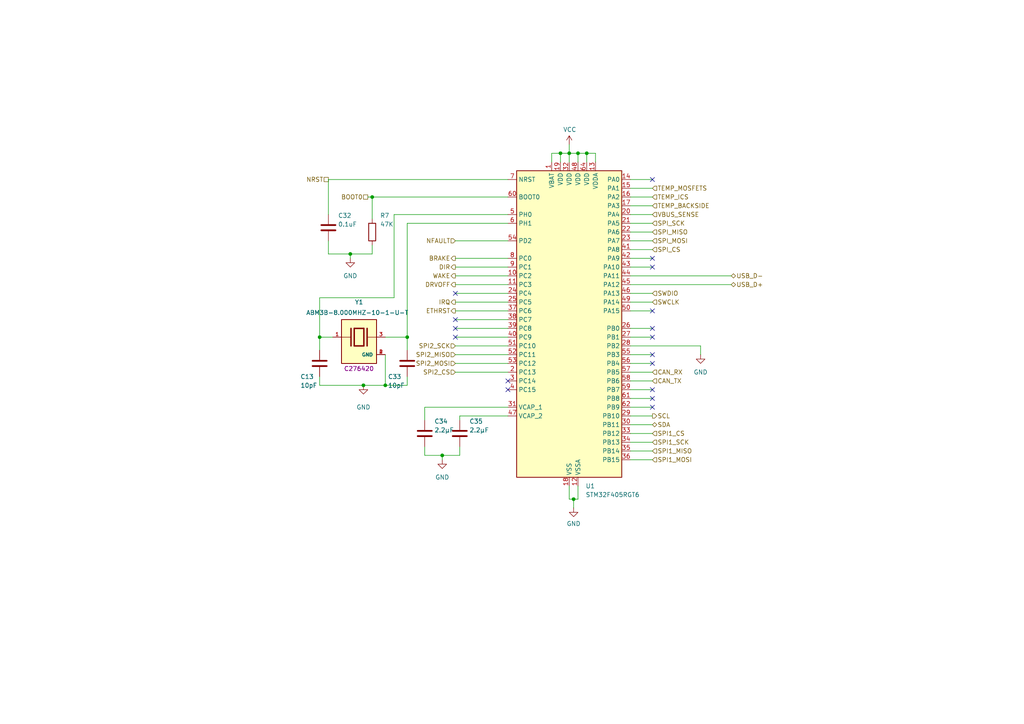
<source format=kicad_sch>
(kicad_sch (version 20231120) (generator "eeschema") (generator_version "8.0")
  (paper "A4")
  (lib_symbols
    (symbol "ABM3B-8.000MHZ-10-1-U-T:ABM3B-8.000MHZ-10-1-U-T" (pin_names (offset 1.016))
      (property "Reference" "Y" (at -5.0878 6.3559 0))
      (property "Value" "ABM3B-8.000MHZ-10-1-U-T" (at -5.0944 -10.16 0))
      (symbol "ABM3B-8.000MHZ-10-1-U-T_0_0"
        (rectangle (start -5.08 -7.62) (end 5.08 5.08) (stroke (width 0.254)) (fill (type background)))
        (polyline (pts (xy -5.08 0) (xy -2.54 0)) (stroke (width 0.1524)))
        (polyline (pts (xy -2.3368 2.54) (xy -2.3368 -2.54)) (stroke (width 0.4064)))
        (polyline (pts (xy -1.397 2.54) (xy -1.397 -2.54)) (stroke (width 0.4064)))
        (polyline (pts (xy -1.397 2.54) (xy 1.397 2.54)) (stroke (width 0.4064)))
        (polyline (pts (xy 1.397 -2.54) (xy -1.397 -2.54)) (stroke (width 0.4064)))
        (polyline (pts (xy 1.397 2.54) (xy 1.397 -2.54)) (stroke (width 0.4064)))
        (polyline (pts (xy 2.3368 2.54) (xy 2.3368 -2.54)) (stroke (width 0.4064)))
        (polyline (pts (xy 2.54 0) (xy 5.08 0)) (stroke (width 0.1524)))
        (pin passive line (at -7.62 0 0) (length 2.54) (name "~") (number "1"))
        (pin power_in line (at 7.62 -5.08 180) (length 2.54) (name "GND") (number "2"))
        (pin passive line (at 7.62 0 180) (length 2.54) (name "~") (number "3"))
        (pin power_in line (at 7.62 -5.08 180) (length 2.54) (name "GND") (number "4"))
      )
    )
    (symbol "Device:C" (pin_numbers hide) (pin_names (offset 0.254))
      (property "Reference" "C" (at 0.635 2.54 0))
      (property "Value" "C" (at 0.635 -2.54 0))
      (symbol "C_0_1"
        (polyline (pts (xy -2.032 -0.762) (xy 2.032 -0.762)) (stroke (width 0.508)))
        (polyline (pts (xy -2.032 0.762) (xy 2.032 0.762)) (stroke (width 0.508)))
      )
      (symbol "C_1_1"
        (pin passive line (at 0 3.81 270) (length 2.794) (name "~") (number "1"))
        (pin passive line (at 0 -3.81 90) (length 2.794) (name "~") (number "2"))
      )
    )
    (symbol "Device:R" (pin_numbers hide) (pin_names (offset 0))
      (property "Reference" "R" (at 2.032 0 90))
      (property "Value" "R" (at 0 0 90))
      (symbol "R_0_1"
        (rectangle (start -1.016 -2.54) (end 1.016 2.54) (stroke (width 0.254)))
      )
      (symbol "R_1_1"
        (pin passive line (at 0 3.81 270) (length 1.27) (name "~") (number "1"))
        (pin passive line (at 0 -3.81 90) (length 1.27) (name "~") (number "2"))
      )
    )
    (symbol "MCU_ST_STM32F4:STM32F405RGTx"
      (property "Reference" "U" (at -15.24 46.99 0))
      (property "Value" "STM32F405RGTx" (at 10.16 46.99 0))
      (symbol "STM32F405RGTx_0_1"
        (rectangle (start -15.24 -43.18) (end 15.24 45.72) (stroke (width 0.254)) (fill (type background)))
      )
      (symbol "STM32F405RGTx_1_1"
        (pin power_in line (at -5.08 48.26 270) (length 2.54) (name "VBAT") (number "1"))
        (pin bidirectional line (at -17.78 15.24 0) (length 2.54) (name "PC2") (number "10"))
        (pin bidirectional line (at -17.78 12.7 0) (length 2.54) (name "PC3") (number "11"))
        (pin power_in line (at 2.54 -45.72 90) (length 2.54) (name "VSSA") (number "12"))
        (pin power_in line (at 7.62 48.26 270) (length 2.54) (name "VDDA") (number "13"))
        (pin bidirectional line (at 17.78 43.18 180) (length 2.54) (name "PA0") (number "14"))
        (pin bidirectional line (at 17.78 40.64 180) (length 2.54) (name "PA1") (number "15"))
        (pin bidirectional line (at 17.78 38.1 180) (length 2.54) (name "PA2") (number "16"))
        (pin bidirectional line (at 17.78 35.56 180) (length 2.54) (name "PA3") (number "17"))
        (pin power_in line (at 0 -45.72 90) (length 2.54) (name "VSS") (number "18"))
        (pin power_in line (at -2.54 48.26 270) (length 2.54) (name "VDD") (number "19"))
        (pin bidirectional line (at -17.78 -12.7 0) (length 2.54) (name "PC13") (number "2"))
        (pin bidirectional line (at 17.78 33.02 180) (length 2.54) (name "PA4") (number "20"))
        (pin bidirectional line (at 17.78 30.48 180) (length 2.54) (name "PA5") (number "21"))
        (pin bidirectional line (at 17.78 27.94 180) (length 2.54) (name "PA6") (number "22"))
        (pin bidirectional line (at 17.78 25.4 180) (length 2.54) (name "PA7") (number "23"))
        (pin bidirectional line (at -17.78 10.16 0) (length 2.54) (name "PC4") (number "24"))
        (pin bidirectional line (at -17.78 7.62 0) (length 2.54) (name "PC5") (number "25"))
        (pin bidirectional line (at 17.78 0 180) (length 2.54) (name "PB0") (number "26"))
        (pin bidirectional line (at 17.78 -2.54 180) (length 2.54) (name "PB1") (number "27"))
        (pin bidirectional line (at 17.78 -5.08 180) (length 2.54) (name "PB2") (number "28"))
        (pin bidirectional line (at 17.78 -25.4 180) (length 2.54) (name "PB10") (number "29"))
        (pin bidirectional line (at -17.78 -15.24 0) (length 2.54) (name "PC14") (number "3"))
        (pin bidirectional line (at 17.78 -27.94 180) (length 2.54) (name "PB11") (number "30"))
        (pin power_out line (at -17.78 -22.86 0) (length 2.54) (name "VCAP_1") (number "31"))
        (pin power_in line (at 0 48.26 270) (length 2.54) (name "VDD") (number "32"))
        (pin bidirectional line (at 17.78 -30.48 180) (length 2.54) (name "PB12") (number "33"))
        (pin bidirectional line (at 17.78 -33.02 180) (length 2.54) (name "PB13") (number "34"))
        (pin bidirectional line (at 17.78 -35.56 180) (length 2.54) (name "PB14") (number "35"))
        (pin bidirectional line (at 17.78 -38.1 180) (length 2.54) (name "PB15") (number "36"))
        (pin bidirectional line (at -17.78 5.08 0) (length 2.54) (name "PC6") (number "37"))
        (pin bidirectional line (at -17.78 2.54 0) (length 2.54) (name "PC7") (number "38"))
        (pin bidirectional line (at -17.78 0 0) (length 2.54) (name "PC8") (number "39"))
        (pin bidirectional line (at -17.78 -17.78 0) (length 2.54) (name "PC15") (number "4"))
        (pin bidirectional line (at -17.78 -2.54 0) (length 2.54) (name "PC9") (number "40"))
        (pin bidirectional line (at 17.78 22.86 180) (length 2.54) (name "PA8") (number "41"))
        (pin bidirectional line (at 17.78 20.32 180) (length 2.54) (name "PA9") (number "42"))
        (pin bidirectional line (at 17.78 17.78 180) (length 2.54) (name "PA10") (number "43"))
        (pin bidirectional line (at 17.78 15.24 180) (length 2.54) (name "PA11") (number "44"))
        (pin bidirectional line (at 17.78 12.7 180) (length 2.54) (name "PA12") (number "45"))
        (pin bidirectional line (at 17.78 10.16 180) (length 2.54) (name "PA13") (number "46"))
        (pin power_out line (at -17.78 -25.4 0) (length 2.54) (name "VCAP_2") (number "47"))
        (pin power_in line (at 2.54 48.26 270) (length 2.54) (name "VDD") (number "48"))
        (pin bidirectional line (at 17.78 7.62 180) (length 2.54) (name "PA14") (number "49"))
        (pin bidirectional line (at -17.78 33.02 0) (length 2.54) (name "PH0") (number "5"))
        (pin bidirectional line (at 17.78 5.08 180) (length 2.54) (name "PA15") (number "50"))
        (pin bidirectional line (at -17.78 -5.08 0) (length 2.54) (name "PC10") (number "51"))
        (pin bidirectional line (at -17.78 -7.62 0) (length 2.54) (name "PC11") (number "52"))
        (pin bidirectional line (at -17.78 -10.16 0) (length 2.54) (name "PC12") (number "53"))
        (pin bidirectional line (at -17.78 25.4 0) (length 2.54) (name "PD2") (number "54"))
        (pin bidirectional line (at 17.78 -7.62 180) (length 2.54) (name "PB3") (number "55"))
        (pin bidirectional line (at 17.78 -10.16 180) (length 2.54) (name "PB4") (number "56"))
        (pin bidirectional line (at 17.78 -12.7 180) (length 2.54) (name "PB5") (number "57"))
        (pin bidirectional line (at 17.78 -15.24 180) (length 2.54) (name "PB6") (number "58"))
        (pin bidirectional line (at 17.78 -17.78 180) (length 2.54) (name "PB7") (number "59"))
        (pin bidirectional line (at -17.78 30.48 0) (length 2.54) (name "PH1") (number "6"))
        (pin input line (at -17.78 38.1 0) (length 2.54) (name "BOOT0") (number "60"))
        (pin bidirectional line (at 17.78 -20.32 180) (length 2.54) (name "PB8") (number "61"))
        (pin bidirectional line (at 17.78 -22.86 180) (length 2.54) (name "PB9") (number "62"))
        (pin passive line (at 0 -45.72 90) (length 2.54) hide (name "VSS") (number "63"))
        (pin power_in line (at 5.08 48.26 270) (length 2.54) (name "VDD") (number "64"))
        (pin input line (at -17.78 43.18 0) (length 2.54) (name "NRST") (number "7"))
        (pin bidirectional line (at -17.78 20.32 0) (length 2.54) (name "PC0") (number "8"))
        (pin bidirectional line (at -17.78 17.78 0) (length 2.54) (name "PC1") (number "9"))
      )
    )
    (symbol "power:GND" (power) (pin_numbers hide) (pin_names (offset 0) hide)
      (property "Value" "GND" (at 0 -3.81 0))
      (symbol "GND_0_1"
        (polyline (pts (xy 0 0) (xy 0 -1.27) (xy 1.27 -1.27) (xy 0 -2.54) (xy -1.27 -1.27) (xy 0 -1.27)))
      )
      (symbol "GND_1_1"
        (pin power_in line (at 0 0 270) (length 0) (name "~") (number "1"))
      )
    )
    (symbol "power:VDD" (power) (pin_numbers hide) (pin_names (offset 0) hide)
      (property "Value" "VDD" (at 0 3.556 0))
      (symbol "VDD_0_1"
        (polyline (pts (xy -0.762 1.27) (xy 0 2.54)))
        (polyline (pts (xy 0 0) (xy 0 2.54)))
        (polyline (pts (xy 0 2.54) (xy 0.762 1.27)))
      )
      (symbol "VDD_1_1"
        (pin power_in line (at 0 0 90) (length 0) (name "~") (number "1"))
      )
    )
  )
  (junction (at 166.37 144.78))
  (junction (at 101.6 73.66))
  (junction (at 111.76 111.76))
  (junction (at 92.71 97.79))
  (junction (at 165.1 44.45))
  (junction (at 105.41 111.76))
  (junction (at 167.64 44.45))
  (junction (at 118.11 97.79))
  (junction (at 162.56 44.45))
  (junction (at 170.18 44.45))
  (junction (at 128.27 132.08))
  (junction (at 107.95 57.15))
  (no_connect (at 189.23 90.17))
  (no_connect (at 189.23 113.03))
  (no_connect (at 147.32 113.03))
  (no_connect (at 189.23 77.47))
  (no_connect (at 189.23 118.11))
  (no_connect (at 189.23 115.57))
  (no_connect (at 189.23 95.25))
  (no_connect (at 132.08 85.09))
  (no_connect (at 132.08 92.71))
  (no_connect (at 147.32 110.49))
  (no_connect (at 189.23 102.87))
  (no_connect (at 132.08 95.25))
  (no_connect (at 189.23 52.07))
  (no_connect (at 189.23 74.93))
  (no_connect (at 189.23 105.41))
  (no_connect (at 189.23 97.79))
  (no_connect (at 132.08 97.79))
  (wire (pts (xy 147.32 74.93) (xy 132.08 74.93)))
  (wire (pts (xy 132.08 90.17) (xy 147.32 90.17)))
  (wire (pts (xy 189.23 128.27) (xy 182.88 128.27)))
  (wire (pts (xy 182.88 62.23) (xy 189.23 62.23)))
  (wire (pts (xy 189.23 102.87) (xy 182.88 102.87)))
  (wire (pts (xy 182.88 67.31) (xy 189.23 67.31)))
  (wire (pts (xy 128.27 132.08) (xy 133.35 132.08)))
  (wire (pts (xy 118.11 64.77) (xy 118.11 97.79)))
  (wire (pts (xy 162.56 44.45) (xy 165.1 44.45)))
  (wire (pts (xy 189.23 133.35) (xy 182.88 133.35)))
  (wire (pts (xy 182.88 105.41) (xy 189.23 105.41)))
  (wire (pts (xy 92.71 111.76) (xy 105.41 111.76)))
  (wire (pts (xy 132.08 69.85) (xy 147.32 69.85)))
  (wire (pts (xy 147.32 105.41) (xy 132.08 105.41)))
  (wire (pts (xy 182.88 100.33) (xy 203.2 100.33)))
  (wire (pts (xy 147.32 100.33) (xy 132.08 100.33)))
  (wire (pts (xy 182.88 80.01) (xy 212.09 80.01)))
  (wire (pts (xy 133.35 120.65) (xy 147.32 120.65)))
  (wire (pts (xy 189.23 115.57) (xy 182.88 115.57)))
  (wire (pts (xy 165.1 44.45) (xy 167.64 44.45)))
  (wire (pts (xy 170.18 44.45) (xy 172.72 44.45)))
  (wire (pts (xy 95.25 52.07) (xy 95.25 62.23)))
  (wire (pts (xy 165.1 144.78) (xy 166.37 144.78)))
  (wire (pts (xy 182.88 64.77) (xy 189.23 64.77)))
  (wire (pts (xy 111.76 97.79) (xy 118.11 97.79)))
  (wire (pts (xy 189.23 69.85) (xy 182.88 69.85)))
  (wire (pts (xy 95.25 69.85) (xy 95.25 73.66)))
  (wire (pts (xy 118.11 97.79) (xy 118.11 101.6)))
  (wire (pts (xy 162.56 46.99) (xy 162.56 44.45)))
  (wire (pts (xy 167.64 144.78) (xy 167.64 140.97)))
  (wire (pts (xy 147.32 97.79) (xy 132.08 97.79)))
  (wire (pts (xy 147.32 102.87) (xy 132.08 102.87)))
  (wire (pts (xy 111.76 111.76) (xy 118.11 111.76)))
  (wire (pts (xy 147.32 118.11) (xy 123.19 118.11)))
  (wire (pts (xy 167.64 44.45) (xy 170.18 44.45)))
  (wire (pts (xy 107.95 57.15) (xy 147.32 57.15)))
  (wire (pts (xy 147.32 107.95) (xy 132.08 107.95)))
  (wire (pts (xy 95.25 52.07) (xy 147.32 52.07)))
  (wire (pts (xy 182.88 125.73) (xy 189.23 125.73)))
  (wire (pts (xy 123.19 129.54) (xy 123.19 132.08)))
  (wire (pts (xy 182.88 59.69) (xy 189.23 59.69)))
  (wire (pts (xy 114.3 62.23) (xy 114.3 86.36)))
  (wire (pts (xy 92.71 97.79) (xy 96.52 97.79)))
  (wire (pts (xy 132.08 82.55) (xy 147.32 82.55)))
  (wire (pts (xy 182.88 85.09) (xy 189.23 85.09)))
  (wire (pts (xy 92.71 86.36) (xy 114.3 86.36)))
  (wire (pts (xy 132.08 80.01) (xy 147.32 80.01)))
  (wire (pts (xy 118.11 111.76) (xy 118.11 109.22)))
  (wire (pts (xy 182.88 72.39) (xy 189.23 72.39)))
  (wire (pts (xy 107.95 73.66) (xy 107.95 71.12)))
  (wire (pts (xy 189.23 90.17) (xy 182.88 90.17)))
  (wire (pts (xy 182.88 87.63) (xy 189.23 87.63)))
  (wire (pts (xy 170.18 44.45) (xy 170.18 46.99)))
  (wire (pts (xy 133.35 132.08) (xy 133.35 129.54)))
  (wire (pts (xy 160.02 46.99) (xy 160.02 44.45)))
  (wire (pts (xy 166.37 144.78) (xy 167.64 144.78)))
  (wire (pts (xy 147.32 62.23) (xy 114.3 62.23)))
  (wire (pts (xy 147.32 77.47) (xy 132.08 77.47)))
  (wire (pts (xy 182.88 54.61) (xy 189.23 54.61)))
  (wire (pts (xy 132.08 95.25) (xy 147.32 95.25)))
  (wire (pts (xy 106.68 57.15) (xy 107.95 57.15)))
  (wire (pts (xy 166.37 144.78) (xy 166.37 147.32)))
  (wire (pts (xy 189.23 120.65) (xy 182.88 120.65)))
  (wire (pts (xy 123.19 132.08) (xy 128.27 132.08)))
  (wire (pts (xy 147.32 64.77) (xy 118.11 64.77)))
  (wire (pts (xy 132.08 87.63) (xy 147.32 87.63)))
  (wire (pts (xy 172.72 44.45) (xy 172.72 46.99)))
  (wire (pts (xy 182.88 57.15) (xy 189.23 57.15)))
  (wire (pts (xy 203.2 100.33) (xy 203.2 102.87)))
  (wire (pts (xy 92.71 109.22) (xy 92.71 111.76)))
  (wire (pts (xy 189.23 113.03) (xy 182.88 113.03)))
  (wire (pts (xy 111.76 102.87) (xy 111.76 111.76)))
  (wire (pts (xy 92.71 86.36) (xy 92.71 97.79)))
  (wire (pts (xy 107.95 73.66) (xy 101.6 73.66)))
  (wire (pts (xy 165.1 41.91) (xy 165.1 44.45)))
  (wire (pts (xy 189.23 123.19) (xy 182.88 123.19)))
  (wire (pts (xy 105.41 111.76) (xy 111.76 111.76)))
  (wire (pts (xy 189.23 118.11) (xy 182.88 118.11)))
  (wire (pts (xy 132.08 92.71) (xy 147.32 92.71)))
  (wire (pts (xy 132.08 85.09) (xy 147.32 85.09)))
  (wire (pts (xy 123.19 118.11) (xy 123.19 121.92)))
  (wire (pts (xy 182.88 107.95) (xy 189.23 107.95)))
  (wire (pts (xy 165.1 140.97) (xy 165.1 144.78)))
  (wire (pts (xy 160.02 44.45) (xy 162.56 44.45)))
  (wire (pts (xy 101.6 74.93) (xy 101.6 73.66)))
  (wire (pts (xy 182.88 82.55) (xy 212.09 82.55)))
  (wire (pts (xy 107.95 57.15) (xy 107.95 63.5)))
  (wire (pts (xy 167.64 44.45) (xy 167.64 46.99)))
  (wire (pts (xy 133.35 121.92) (xy 133.35 120.65)))
  (wire (pts (xy 92.71 97.79) (xy 92.71 101.6)))
  (wire (pts (xy 189.23 97.79) (xy 182.88 97.79)))
  (wire (pts (xy 182.88 77.47) (xy 189.23 77.47)))
  (wire (pts (xy 189.23 95.25) (xy 182.88 95.25)))
  (wire (pts (xy 128.27 133.35) (xy 128.27 132.08)))
  (wire (pts (xy 182.88 110.49) (xy 189.23 110.49)))
  (wire (pts (xy 165.1 46.99) (xy 165.1 44.45)))
  (wire (pts (xy 95.25 73.66) (xy 101.6 73.66)))
  (wire (pts (xy 182.88 52.07) (xy 189.23 52.07)))
  (wire (pts (xy 189.23 130.81) (xy 182.88 130.81)))
  (wire (pts (xy 182.88 74.93) (xy 189.23 74.93)))
  (hierarchical_label "SPI1_CS" (shape input) (at 189.23 125.73 0))
  (hierarchical_label "CAN_TX" (shape input) (at 189.23 110.49 0))
  (hierarchical_label "USB_D-" (shape bidirectional) (at 212.09 80.01 0))
  (hierarchical_label "SPI1_MOSI" (shape input) (at 189.23 133.35 0))
  (hierarchical_label "TEMP_MOSFETS" (shape input) (at 189.23 54.61 0))
  (hierarchical_label "SPI1_SCK" (shape input) (at 189.23 128.27 0))
  (hierarchical_label "CAN_RX" (shape input) (at 189.23 107.95 0))
  (hierarchical_label "SWDIO" (shape input) (at 189.23 85.09 0))
  (hierarchical_label "DIR" (shape output) (at 132.08 77.47 180))
  (hierarchical_label "SPI2_CS" (shape input) (at 132.08 107.95 180))
  (hierarchical_label "SPI_SCK" (shape input) (at 189.23 64.77 0))
  (hierarchical_label "SCL" (shape output) (at 189.23 120.65 0))
  (hierarchical_label "DRVOFF" (shape output) (at 132.08 82.55 180))
  (hierarchical_label "SPI_MOSI" (shape input) (at 189.23 69.85 0))
  (hierarchical_label "BRAKE" (shape output) (at 132.08 74.93 180))
  (hierarchical_label "BOOT0" (shape passive) (at 106.68 57.15 180))
  (hierarchical_label "TEMP_BACKSIDE" (shape input) (at 189.23 59.69 0))
  (hierarchical_label "SPI2_MOSI" (shape input) (at 132.08 105.41 180))
  (hierarchical_label "NFAULT" (shape input) (at 132.08 69.85 180))
  (hierarchical_label "SPI2_SCK" (shape input) (at 132.08 100.33 180))
  (hierarchical_label "SDA" (shape bidirectional) (at 189.23 123.19 0))
  (hierarchical_label "VBUS_SENSE" (shape input) (at 189.23 62.23 0))
  (hierarchical_label "USB_D+" (shape bidirectional) (at 212.09 82.55 0))
  (hierarchical_label "SPI1_MISO" (shape input) (at 189.23 130.81 0))
  (hierarchical_label "SWCLK" (shape input) (at 189.23 87.63 0))
  (hierarchical_label "SPI_MISO" (shape input) (at 189.23 67.31 0))
  (hierarchical_label "NRST" (shape passive) (at 95.25 52.07 180))
  (hierarchical_label "ETHRST" (shape output) (at 132.08 90.17 180))
  (hierarchical_label "SPI_CS" (shape input) (at 189.23 72.39 0))
  (hierarchical_label "IRQ" (shape output) (at 132.08 87.63 180))
  (hierarchical_label "WAKE" (shape output) (at 132.08 80.01 180))
  (hierarchical_label "TEMP_ICS" (shape input) (at 189.23 57.15 0))
  (hierarchical_label "SPI2_MISO" (shape input) (at 132.08 102.87 180))
  (symbol (lib_id "Device:C") (at 133.35 125.73 0) (unit 1)
    (property "Reference" "C35" (at 136.144 122.936 0) (effects (justify left bottom)))
    (property "Value" "${CAPACITANCE}" (at 136.144 125.476 0) (effects (justify left bottom)))
    (property "Footprint" "Capacitor_SMD:C_0603_1608Metric" (effects (hide yes)))
    (property "Description" "CAP CER 2.2UF 16V X5R 0603" (effects (hide yes)))
    (property "SUPPLIER 1" "Digi-Key" (effects (hide yes)))
    (property "SUPPLIER PART NUMBER 1" "490-3296-1-ND" (effects (hide yes)))
    (property "MANUFACTURER" "Murata Electronics North America" (effects (hide yes)))
    (property "MANUFACTURER PART NUMBER" "GRM188R61C225KE15D" (effects (hide yes)))
    (property "ROHS" "RoHS Compliant" (effects (hide yes)))
    (property "CATEGORY" "Capacitors" (effects (hide yes)))
    (property "STOCK 1" "1255740" (effects (hide yes)))
    (property "PRICING 1" "1=0.12, 10=0.08, 50=0.046, 100=0.038, 250=0.032, 500=0.0268, 1000=0.022 (USD)" (effects (hide yes)))
    (property "PACKAGING" "Cut Tape (CT)" (effects (hide yes)))
    (property "CAPACITANCE" "2.2µF" (effects (hide yes)))
    (property "TOLERANCE" "±10%" (effects (hide yes)))
    (property "VOLTAGE - RATED" "16V" (effects (hide yes)))
    (property "TEMPERATURE COEFFICIENT" "X5R" (effects (hide yes)))
    (property "MOUNTING TYPE" "Surface Mount, MLCC" (effects (hide yes)))
    (property "OPERATING TEMPERATURE" "-55°C ~ 85°C" (effects (hide yes)))
    (property "APPLICATIONS" "General Purpose" (effects (hide yes)))
    (property "RATINGS" "-" (effects (hide yes)))
    (property "PACKAGE / CASE" "0603 (1608 Metric)" (effects (hide yes)))
    (property "SIZE / DIMENSION" "0.063\" L x 0.031\" W (1.60mm x 0.80mm)" (effects (hide yes)))
    (property "HEIGHT - SEATED (MAX)" "-" (effects (hide yes)))
    (property "THICKNESS (MAX)" "0.035\" (0.90mm)" (effects (hide yes)))
    (property "LEAD SPACING" "-" (effects (hide yes)))
    (property "FEATURES" "-" (effects (hide yes)))
    (property "LEAD STYLE" "-" (effects (hide yes)))
    (property "COMPONENTLINK1URL" "http://www.murata.com/~/media/webrenewal/support/library/catalog/products/capacitor/mlcc/c02e.pdf" (effects (hide yes)))
    (property "COMPONENTLINK1DESCRIPTION" "http://www.murata.com/~/media/webrenewal/support/library/catalog/products/capacitor/mlcc/c02e.pdf" (effects (hide yes)))
    (property "LCSC Part #" "C77183" (effects (hide yes)))
  )
  (symbol (lib_id "power:GND") (at 128.27 133.35 0) (unit 1)
    (property "Reference" "#PWR017" (effects (hide yes)))
    (property "Value" "GND" (at 128.27 138.43 0))
    (property "Description" "Power symbol creates a global label with name \"GND\" , ground" (effects (hide yes)))
  )
  (symbol (lib_id "Device:C") (at 95.25 66.04 0) (unit 1)
    (property "Reference" "C32" (at 98.044 63.246 0) (effects (justify left bottom)))
    (property "Value" "${CAPACITANCE}" (at 98.044 65.786 0) (effects (justify left bottom)))
    (property "Footprint" "Capacitor_SMD:C_0603_1608Metric" (effects (hide yes)))
    (property "Description" "CAP CER 0.1UF 50V X7R 0603" (effects (hide yes)))
    (property "SUPPLIER 1" "Digi-Key" (effects (hide yes)))
    (property "SUPPLIER PART NUMBER 1" "490-1519-2-ND" (effects (hide yes)))
    (property "MANUFACTURER" "Murata Electronics North America" (effects (hide yes)))
    (property "MANUFACTURER PART NUMBER" "GRM188R71H104KA93D" (effects (hide yes)))
    (property "ROHS" "RoHS Compliant" (effects (hide yes)))
    (property "CATEGORY" "Capacitors" (effects (hide yes)))
    (property "PRICING 1" "4000=0.01822, 8000=0.01663, 12000=0.01584 (USD)" (effects (hide yes)))
    (property "PACKAGING" "Tape & Reel (TR)" (effects (hide yes)))
    (property "CAPACITANCE" "0.1uF" (effects (hide yes)))
    (property "TOLERANCE" "±10%" (effects (hide yes)))
    (property "VOLTAGE - RATED" "50V" (effects (hide yes)))
    (property "TEMPERATURE COEFFICIENT" "X7R" (effects (hide yes)))
    (property "MOUNTING TYPE" "Surface Mount, MLCC" (effects (hide yes)))
    (property "OPERATING TEMPERATURE" "-55°C ~ 125°C" (effects (hide yes)))
    (property "APPLICATIONS" "General Purpose" (effects (hide yes)))
    (property "RATINGS" "-" (effects (hide yes)))
    (property "PACKAGE / CASE" "0603 (1608 Metric)" (effects (hide yes)))
    (property "SIZE / DIMENSION" "0.063\" L x 0.032\" W (1.60mm x 0.80mm)" (effects (hide yes)))
    (property "HEIGHT - SEATED (MAX)" "-" (effects (hide yes)))
    (property "THICKNESS (MAX)" "0.035\" (0.90mm)" (effects (hide yes)))
    (property "LEAD SPACING" "-" (effects (hide yes)))
    (property "FEATURES" "-" (effects (hide yes)))
    (property "LEAD STYLE" "-" (effects (hide yes)))
    (property "COMPONENTLINK1URL" "http://www.murata.com/~/media/webrenewal/support/library/catalog/products/capacitor/mlcc/c02e.ashx?la=en-us" (effects (hide yes)))
    (property "COMPONENTLINK1DESCRIPTION" "http://www.murata.com/~/media/webrenewal/support/library/catalog/products/capacitor/mlcc/c02e.ashx?la=en-us" (effects (hide yes)))
    (property "STOCK" "19812000" (effects (hide yes)))
    (property "PART STATUS" "Active" (effects (hide yes)))
    (property "SUPPLIER 2" "Digi-Key" (effects (hide yes)))
    (property "SUPPLIER PART NUMBER 2" "490-1519-1-ND" (effects (hide yes)))
    (property "PRICING 2" "1=0.12, 10=0.084, 100=0.0396, 500=0.02778, 1000=0.023 (USD)" (effects (hide yes)))
    (property "LCSC Part #" "C77055" (effects (hide yes)))
  )
  (symbol (lib_id "power:VDD") (at 165.1 41.91 0) (unit 1)
    (property "Reference" "#PWR022" (effects (hide yes)))
    (property "Value" "VCC" (at 163.322 37.592 0) (effects (justify left)))
    (property "Description" "Power symbol creates a global label with name \"VDD\"" (effects (hide yes)))
  )
  (symbol (lib_id "power:GND") (at 166.37 147.32 0) (unit 1)
    (property "Reference" "#PWR035" (effects (hide yes)))
    (property "Value" "GND" (at 166.37 151.892 0))
    (property "Description" "Power symbol creates a global label with name \"GND\" , ground" (effects (hide yes)))
  )
  (symbol (lib_id "MCU_ST_STM32F4:STM32F405RGTx") (at 165.1 95.25 0) (unit 1)
    (property "Reference" "U1" (at 169.8341 140.97 0) (effects (justify left)))
    (property "Value" "STM32F405RGT6" (at 169.8341 143.51 0) (effects (justify left)))
    (property "Footprint" "Package_QFP:LQFP-64_10x10mm_P0.5mm" (effects (hide yes)))
    (property "Datasheet" "https://www.st.com/resource/en/datasheet/stm32f405rg.pdf" (effects (hide yes)))
    (property "Description" "STMicroelectronics Arm Cortex-M4 MCU, 1024KB flash, 192KB RAM, 168 MHz, 1.8-3.6V, 51 GPIO, LQFP64" (effects (hide yes)))
    (property "LCSC Part #" "C15742" (effects (hide yes)))
  )
  (symbol (lib_id "Device:C") (at 123.19 125.73 0) (unit 1)
    (property "Reference" "C34" (at 125.984 122.936 0) (effects (justify left bottom)))
    (property "Value" "${CAPACITANCE}" (at 125.984 125.476 0) (effects (justify left bottom)))
    (property "Footprint" "Capacitor_SMD:C_0603_1608Metric" (effects (hide yes)))
    (property "Description" "CAP CER 2.2UF 16V X5R 0603" (effects (hide yes)))
    (property "SUPPLIER 1" "Digi-Key" (effects (hide yes)))
    (property "SUPPLIER PART NUMBER 1" "490-3296-1-ND" (effects (hide yes)))
    (property "MANUFACTURER" "Murata Electronics North America" (effects (hide yes)))
    (property "MANUFACTURER PART NUMBER" "GRM188R61C225KE15D" (effects (hide yes)))
    (property "ROHS" "RoHS Compliant" (effects (hide yes)))
    (property "CATEGORY" "Capacitors" (effects (hide yes)))
    (property "STOCK 1" "1255740" (effects (hide yes)))
    (property "PRICING 1" "1=0.12, 10=0.08, 50=0.046, 100=0.038, 250=0.032, 500=0.0268, 1000=0.022 (USD)" (effects (hide yes)))
    (property "PACKAGING" "Cut Tape (CT)" (effects (hide yes)))
    (property "CAPACITANCE" "2.2µF" (effects (hide yes)))
    (property "TOLERANCE" "±10%" (effects (hide yes)))
    (property "VOLTAGE - RATED" "16V" (effects (hide yes)))
    (property "TEMPERATURE COEFFICIENT" "X5R" (effects (hide yes)))
    (property "MOUNTING TYPE" "Surface Mount, MLCC" (effects (hide yes)))
    (property "OPERATING TEMPERATURE" "-55°C ~ 85°C" (effects (hide yes)))
    (property "APPLICATIONS" "General Purpose" (effects (hide yes)))
    (property "RATINGS" "-" (effects (hide yes)))
    (property "PACKAGE / CASE" "0603 (1608 Metric)" (effects (hide yes)))
    (property "SIZE / DIMENSION" "0.063\" L x 0.031\" W (1.60mm x 0.80mm)" (effects (hide yes)))
    (property "HEIGHT - SEATED (MAX)" "-" (effects (hide yes)))
    (property "THICKNESS (MAX)" "0.035\" (0.90mm)" (effects (hide yes)))
    (property "LEAD SPACING" "-" (effects (hide yes)))
    (property "FEATURES" "-" (effects (hide yes)))
    (property "LEAD STYLE" "-" (effects (hide yes)))
    (property "COMPONENTLINK1URL" "http://www.murata.com/~/media/webrenewal/support/library/catalog/products/capacitor/mlcc/c02e.pdf" (effects (hide yes)))
    (property "COMPONENTLINK1DESCRIPTION" "http://www.murata.com/~/media/webrenewal/support/library/catalog/products/capacitor/mlcc/c02e.pdf" (effects (hide yes)))
    (property "LCSC Part #" "C77183" (effects (hide yes)))
  )
  (symbol (lib_id "power:GND") (at 105.41 111.76 0) (unit 1)
    (property "Reference" "#PWR016" (effects (hide yes)))
    (property "Value" "GND" (at 105.41 118.11 0))
  )
  (symbol (lib_id "power:GND") (at 203.2 102.87 0) (unit 1)
    (property "Reference" "#PWR037" (effects (hide yes)))
    (property "Value" "GND" (at 203.2 107.95 0))
    (property "Description" "Power symbol creates a global label with name \"GND\" , ground" (effects (hide yes)))
  )
  (symbol (lib_id "Device:C") (at 92.71 105.41 0) (unit 1)
    (property "Reference" "C13" (at 87.122 109.982 0) (effects (justify left bottom)))
    (property "Value" "${CAPACITANCE}" (at 87.122 112.522 0) (effects (justify left bottom)))
    (property "Footprint" "Capacitor_SMD:C_0402_1005Metric" (effects (hide yes)))
    (property "Description" "CAP CER 10PF 50V NP0 0603" (effects (hide yes)))
    (property "SUPPLIER 1" "Digi-Key" (effects (hide yes)))
    (property "SUPPLIER PART NUMBER 1" "490-1403-1-ND" (effects (hide yes)))
    (property "MANUFACTURER" "Murata Electronics North America" (effects (hide yes)))
    (property "MANUFACTURER PART NUMBER" "GRM1885C1H100JA01D" (effects (hide yes)))
    (property "ROHS" "RoHS Compliant" (effects (hide yes)))
    (property "CATEGORY" "Capacitors" (effects (hide yes)))
    (property "STOCK 1" "450321" (effects (hide yes)))
    (property "PRICING 1" "1=0.1, 10=0.041, 50=0.0222, 100=0.0187, 250=0.01532, 500=0.0131, 1000=0.0102 (USD)" (effects (hide yes)))
    (property "PACKAGING" "Cut Tape (CT)" (effects (hide yes)))
    (property "CAPACITANCE" "10pF" (effects (hide yes)))
    (property "TOLERANCE" "±5%" (effects (hide yes)))
    (property "VOLTAGE - RATED" "50V" (effects (hide yes)))
    (property "TEMPERATURE COEFFICIENT" "C0G, NP0" (effects (hide yes)))
    (property "MOUNTING TYPE" "Surface Mount, MLCC" (effects (hide yes)))
    (property "OPERATING TEMPERATURE" "-55°C ~ 125°C" (effects (hide yes)))
    (property "APPLICATIONS" "General Purpose" (effects (hide yes)))
    (property "RATINGS" "-" (effects (hide yes)))
    (property "PACKAGE / CASE" "0603 (1608 Metric)" (effects (hide yes)))
    (property "SIZE / DIMENSION" "0.063\" L x 0.031\" W (1.60mm x 0.80mm)" (effects (hide yes)))
    (property "HEIGHT - SEATED (MAX)" "-" (effects (hide yes)))
    (property "THICKNESS (MAX)" "0.035\" (0.90mm)" (effects (hide yes)))
    (property "LEAD SPACING" "-" (effects (hide yes)))
    (property "FEATURES" "-" (effects (hide yes)))
    (property "LEAD STYLE" "-" (effects (hide yes)))
    (property "COMPONENTLINK1URL" "http://www.murata.com/~/media/webrenewal/support/library/catalog/products/capacitor/mlcc/c02e.pdf" (effects (hide yes)))
    (property "COMPONENTLINK1DESCRIPTION" "http://www.murata.com/~/media/webrenewal/support/library/catalog/products/capacitor/mlcc/c02e.pdf" (effects (hide yes)))
    (property "LCSC Part #" "C115606" (effects (hide yes)))
  )
  (symbol (lib_id "Device:C") (at 118.11 105.41 0) (unit 1)
    (property "Reference" "C33" (at 112.522 109.982 0) (effects (justify left bottom)))
    (property "Value" "${CAPACITANCE}" (at 112.522 112.522 0) (effects (justify left bottom)))
    (property "Footprint" "Capacitor_SMD:C_0402_1005Metric" (effects (hide yes)))
    (property "Description" "CAP CER 10PF 50V NP0 0603" (effects (hide yes)))
    (property "SUPPLIER 1" "Digi-Key" (effects (hide yes)))
    (property "SUPPLIER PART NUMBER 1" "490-1403-1-ND" (effects (hide yes)))
    (property "MANUFACTURER" "Murata Electronics North America" (effects (hide yes)))
    (property "MANUFACTURER PART NUMBER" "GRM1885C1H100JA01D" (effects (hide yes)))
    (property "ROHS" "RoHS Compliant" (effects (hide yes)))
    (property "CATEGORY" "Capacitors" (effects (hide yes)))
    (property "STOCK 1" "450321" (effects (hide yes)))
    (property "PRICING 1" "1=0.1, 10=0.041, 50=0.0222, 100=0.0187, 250=0.01532, 500=0.0131, 1000=0.0102 (USD)" (effects (hide yes)))
    (property "PACKAGING" "Cut Tape (CT)" (effects (hide yes)))
    (property "CAPACITANCE" "10pF" (effects (hide yes)))
    (property "TOLERANCE" "±5%" (effects (hide yes)))
    (property "VOLTAGE - RATED" "50V" (effects (hide yes)))
    (property "TEMPERATURE COEFFICIENT" "C0G, NP0" (effects (hide yes)))
    (property "MOUNTING TYPE" "Surface Mount, MLCC" (effects (hide yes)))
    (property "OPERATING TEMPERATURE" "-55°C ~ 125°C" (effects (hide yes)))
    (property "APPLICATIONS" "General Purpose" (effects (hide yes)))
    (property "RATINGS" "-" (effects (hide yes)))
    (property "PACKAGE / CASE" "0603 (1608 Metric)" (effects (hide yes)))
    (property "SIZE / DIMENSION" "0.063\" L x 0.031\" W (1.60mm x 0.80mm)" (effects (hide yes)))
    (property "HEIGHT - SEATED (MAX)" "-" (effects (hide yes)))
    (property "THICKNESS (MAX)" "0.035\" (0.90mm)" (effects (hide yes)))
    (property "LEAD SPACING" "-" (effects (hide yes)))
    (property "FEATURES" "-" (effects (hide yes)))
    (property "LEAD STYLE" "-" (effects (hide yes)))
    (property "COMPONENTLINK1URL" "http://www.murata.com/~/media/webrenewal/support/library/catalog/products/capacitor/mlcc/c02e.pdf" (effects (hide yes)))
    (property "COMPONENTLINK1DESCRIPTION" "http://www.murata.com/~/media/webrenewal/support/library/catalog/products/capacitor/mlcc/c02e.pdf" (effects (hide yes)))
    (property "LCSC Part #" "C115606" (effects (hide yes)))
  )
  (symbol (lib_id "power:GND") (at 101.6 74.93 0) (unit 1)
    (property "Reference" "#PWR05" (effects (hide yes)))
    (property "Value" "GND" (at 101.6 80.01 0))
    (property "Description" "Power symbol creates a global label with name \"GND\" , ground" (effects (hide yes)))
  )
  (symbol (lib_id "ABM3B-8.000MHZ-10-1-U-T:ABM3B-8.000MHZ-10-1-U-T") (at 104.14 97.79 0) (unit 1)
    (property "Reference" "Y1" (at 104.14 87.63 0))
    (property "Value" "ABM3B-8.000MHZ-10-1-U-T" (at 103.632 90.678 0))
    (property "Footprint" "Crystal:Crystal_SMD_5032-4Pin_5.0x3.2mm" (effects (hide yes)))
    (property "MF" "Abracon" (effects (hide yes)))
    (property "MAXIMUM_PACKAGE_HEIGHT" "1.1 mm" (effects (hide yes)))
    (property "Package" "SMD-4 Abracon LLC" (effects (hide yes)))
    (property "Price" "None" (effects (hide yes)))
    (property "Check_prices" "https://www.snapeda.com/parts/ABM3B-8.000MHZ-10-1-U-T/Abracon+LLC/view-part/?ref=eda" (effects (hide yes)))
    (property "STANDARD" "Manufacturer Recommendations" (effects (hide yes)))
    (property "PARTREV" "08.25.15" (effects (hide yes)))
    (property "SnapEDA_Link" "https://www.snapeda.com/parts/ABM3B-8.000MHZ-10-1-U-T/Abracon+LLC/view-part/?ref=snap" (effects (hide yes)))
    (property "MP" "ABM3B-8.000MHZ-10-1-U-T" (effects (hide yes)))
    (property "Description_1" "\n8 MHz ±10ppm Crystal 10pF 200 Ohms 4-SMD, No Lead\n" (effects (hide yes)))
    (property "Availability" "In Stock" (effects (hide yes)))
    (property "MANUFACTURER" "Abracon" (effects (hide yes)))
    (property "LCSC Part #" " C276420" (at 103.632 106.934 0))
  )
  (symbol (lib_id "Device:R") (at 107.95 67.31 0) (unit 1)
    (property "Reference" "R7" (at 110.236 63.246 0) (effects (justify left bottom)))
    (property "Value" "47K" (at 110.236 65.786 0) (effects (justify left bottom)))
    (property "Footprint" "Resistor_SMD:R_0603_1608Metric" (effects (hide yes)))
    (property "Description" "RES SMD 47K OHM 1% 1/10W 0603" (effects (hide yes)))
    (property "SUPPLIER 1" "Digi-Key" (effects (hide yes)))
    (property "SUPPLIER PART NUMBER 1" "311-47.0KHRCT-ND" (effects (hide yes)))
    (property "MANUFACTURER" "Yageo" (effects (hide yes)))
    (property "MANUFACTURER PART NUMBER" "RC0603FR-0747KL" (effects (hide yes)))
    (property "ROHS" "RoHS Compliant" (effects (hide yes)))
    (property "CATEGORY" "Resistors" (effects (hide yes)))
    (property "STOCK 1" "930868" (effects (hide yes)))
    (property "PRICING 1" "1=0.1, 10=0.014, 25=0.01, 100=0.0057, 250=0.00436, 500=0.00348, 1000=0.00257, 2500=0.00223 (USD)" (effects (hide yes)))
    (property "PACKAGING" "Cut Tape (CT)" (effects (hide yes)))
    (property "RESISTANCE (OHMS)" "47k" (effects (hide yes)))
    (property "TOLERANCE" "±1%" (effects (hide yes)))
    (property "POWER (WATTS)" "0.1W, 1/10W" (effects (hide yes)))
    (property "COMPOSITION" "Thick Film" (effects (hide yes)))
    (property "FEATURES" "Moisture Resistant" (effects (hide yes)))
    (property "TEMPERATURE COEFFICIENT" "±100ppm/°C" (effects (hide yes)))
    (property "OPERATING TEMPERATURE" "-55°C ~ 155°C" (effects (hide yes)))
    (property "PACKAGE / CASE" "0603 (1608 Metric)" (effects (hide yes)))
    (property "SUPPLIER DEVICE PACKAGE" "0603" (effects (hide yes)))
    (property "SIZE / DIMENSION" "0.063\" L x 0.031\" W (1.60mm x 0.80mm)" (effects (hide yes)))
    (property "HEIGHT" "0.022\" (0.55mm)" (effects (hide yes)))
    (property "NUMBER OF TERMINATIONS" "2" (effects (hide yes)))
    (property "COMPONENTLINK1URL" "http://www.yageo.com/documents/recent/PYu-RC_Group_51_RoHS_L_04.pdf" (effects (hide yes)))
    (property "COMPONENTLINK1DESCRIPTION" "http://www.yageo.com/documents/recent/PYu-RC_Group_51_RoHS_L_04.pdf" (effects (hide yes)))
    (property "LCSC Part #" "C105579" (effects (hide yes)))
  )
)
</source>
